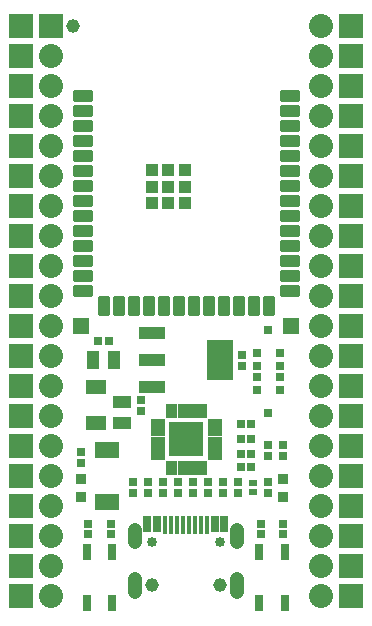
<source format=gts>
G75*
%MOIN*%
%OFA0B0*%
%FSLAX25Y25*%
%IPPOS*%
%LPD*%
%AMOC8*
5,1,8,0,0,1.08239X$1,22.5*
%
%ADD10R,0.08000X0.08000*%
%ADD11C,0.08000*%
%ADD12R,0.02962X0.05718*%
%ADD13R,0.01781X0.06309*%
%ADD14C,0.04734*%
%ADD15C,0.03356*%
%ADD16R,0.03159X0.05324*%
%ADD17R,0.09065X0.04340*%
%ADD18R,0.09065X0.13395*%
%ADD19R,0.03041X0.03041*%
%ADD20R,0.08080X0.05324*%
%ADD21R,0.06112X0.04143*%
%ADD22R,0.04143X0.06112*%
%ADD23R,0.03750X0.03750*%
%ADD24R,0.02569X0.02175*%
%ADD25R,0.02569X0.02962*%
%ADD26C,0.04537*%
%ADD27C,0.00912*%
%ADD28R,0.04143X0.04143*%
%ADD29R,0.05324X0.05324*%
%ADD30C,0.00122*%
%ADD31R,0.11624X0.11624*%
%ADD32R,0.06899X0.04537*%
D10*
X0007083Y0010050D03*
X0007083Y0020050D03*
X0007083Y0030050D03*
X0007083Y0040050D03*
X0007083Y0050050D03*
X0007083Y0060050D03*
X0007083Y0070050D03*
X0007083Y0080050D03*
X0007083Y0090050D03*
X0007083Y0100050D03*
X0007083Y0110050D03*
X0007083Y0120050D03*
X0007083Y0130050D03*
X0007083Y0140050D03*
X0007083Y0150050D03*
X0007083Y0160050D03*
X0007083Y0170050D03*
X0007083Y0180050D03*
X0007083Y0190050D03*
X0007083Y0200050D03*
X0017083Y0200050D03*
X0117083Y0200050D03*
X0117083Y0190050D03*
X0117083Y0180050D03*
X0117083Y0170050D03*
X0117083Y0160050D03*
X0117083Y0150050D03*
X0117083Y0140050D03*
X0117083Y0130050D03*
X0117083Y0120050D03*
X0117083Y0110050D03*
X0117083Y0100050D03*
X0117083Y0090050D03*
X0117083Y0080050D03*
X0117083Y0070050D03*
X0117083Y0060050D03*
X0117083Y0050050D03*
X0117083Y0040050D03*
X0117083Y0030050D03*
X0117083Y0020050D03*
X0117083Y0010050D03*
D11*
X0107083Y0010050D03*
X0107083Y0020050D03*
X0107083Y0030050D03*
X0107083Y0040050D03*
X0107083Y0050050D03*
X0107083Y0060050D03*
X0107083Y0070050D03*
X0107083Y0080050D03*
X0107083Y0090050D03*
X0107083Y0100050D03*
X0107083Y0110050D03*
X0107083Y0120050D03*
X0107083Y0130050D03*
X0107083Y0140050D03*
X0107083Y0150050D03*
X0107083Y0160050D03*
X0107083Y0170050D03*
X0107083Y0180050D03*
X0107083Y0190050D03*
X0107083Y0200050D03*
X0017083Y0190050D03*
X0017083Y0180050D03*
X0017083Y0170050D03*
X0017083Y0160050D03*
X0017083Y0150050D03*
X0017083Y0140050D03*
X0017083Y0130050D03*
X0017083Y0120050D03*
X0017083Y0110050D03*
X0017083Y0100050D03*
X0017083Y0090050D03*
X0017083Y0080050D03*
X0017083Y0070050D03*
X0017083Y0060050D03*
X0017083Y0050050D03*
X0017083Y0040050D03*
X0017083Y0030050D03*
X0017083Y0020050D03*
X0017083Y0010050D03*
D12*
X0049287Y0034066D03*
X0052437Y0034066D03*
X0071728Y0034066D03*
X0074878Y0034066D03*
D13*
X0068972Y0033770D03*
X0067004Y0033770D03*
X0065035Y0033770D03*
X0063067Y0033770D03*
X0061098Y0033770D03*
X0059130Y0033770D03*
X0057161Y0033770D03*
X0055193Y0033770D03*
D14*
X0045075Y0032235D02*
X0045075Y0028101D01*
X0045075Y0015778D02*
X0045075Y0011644D01*
X0079091Y0011644D02*
X0079091Y0015778D01*
X0079091Y0028101D02*
X0079091Y0032235D01*
D15*
X0073461Y0028081D03*
X0050705Y0028081D03*
D16*
X0037565Y0024765D03*
X0029100Y0024765D03*
X0029100Y0007835D03*
X0037565Y0007835D03*
X0086600Y0007835D03*
X0095065Y0007835D03*
X0095065Y0024765D03*
X0086600Y0024765D03*
D17*
X0050665Y0079745D03*
X0050665Y0088800D03*
X0050665Y0097855D03*
D18*
X0073500Y0088800D03*
D19*
X0080833Y0087028D03*
X0080833Y0090572D03*
X0085833Y0086822D03*
X0085833Y0083278D03*
X0093333Y0083278D03*
X0093333Y0086822D03*
X0083854Y0067550D03*
X0080311Y0067550D03*
X0080311Y0062550D03*
X0080311Y0057550D03*
X0080311Y0053175D03*
X0083854Y0053175D03*
X0083854Y0057550D03*
X0083854Y0062550D03*
X0089583Y0060572D03*
X0089583Y0057028D03*
X0094583Y0057028D03*
X0094583Y0060572D03*
X0089583Y0048072D03*
X0089583Y0044528D03*
X0087083Y0034322D03*
X0087083Y0030778D03*
X0094583Y0030778D03*
X0094583Y0034322D03*
X0079583Y0044528D03*
X0079583Y0048072D03*
X0074583Y0048072D03*
X0074583Y0044528D03*
X0069583Y0044528D03*
X0069583Y0048072D03*
X0064583Y0048072D03*
X0064583Y0044528D03*
X0059583Y0044528D03*
X0059583Y0048072D03*
X0054583Y0048072D03*
X0054583Y0044528D03*
X0049583Y0044528D03*
X0049583Y0048072D03*
X0044583Y0048072D03*
X0044583Y0044528D03*
X0037083Y0034322D03*
X0037083Y0030778D03*
X0029583Y0030778D03*
X0029583Y0034322D03*
X0027083Y0054528D03*
X0027083Y0058072D03*
X0047083Y0072028D03*
X0047083Y0075572D03*
X0036354Y0095050D03*
X0032811Y0095050D03*
D20*
X0035833Y0058711D03*
X0035833Y0041389D03*
D21*
X0040833Y0067757D03*
X0040833Y0074843D03*
D22*
X0038126Y0088800D03*
X0031039Y0088800D03*
D23*
X0027083Y0049253D03*
X0027083Y0043347D03*
X0094583Y0043347D03*
X0094583Y0049253D03*
D24*
X0084583Y0047875D03*
X0084583Y0044725D03*
D25*
X0089583Y0071113D03*
X0093323Y0078987D03*
X0085843Y0078987D03*
X0085843Y0091113D03*
X0089583Y0098987D03*
X0093323Y0091113D03*
D26*
X0073333Y0013800D03*
X0050833Y0013800D03*
X0024426Y0200050D03*
D27*
X0024837Y0175394D02*
X0030431Y0175394D01*
X0024837Y0175394D02*
X0024837Y0178624D01*
X0030431Y0178624D01*
X0030431Y0175394D01*
X0030431Y0176305D02*
X0024837Y0176305D01*
X0024837Y0177216D02*
X0030431Y0177216D01*
X0030431Y0178127D02*
X0024837Y0178127D01*
X0024837Y0170394D02*
X0030431Y0170394D01*
X0024837Y0170394D02*
X0024837Y0173624D01*
X0030431Y0173624D01*
X0030431Y0170394D01*
X0030431Y0171305D02*
X0024837Y0171305D01*
X0024837Y0172216D02*
X0030431Y0172216D01*
X0030431Y0173127D02*
X0024837Y0173127D01*
X0024837Y0165394D02*
X0030431Y0165394D01*
X0024837Y0165394D02*
X0024837Y0168624D01*
X0030431Y0168624D01*
X0030431Y0165394D01*
X0030431Y0166305D02*
X0024837Y0166305D01*
X0024837Y0167216D02*
X0030431Y0167216D01*
X0030431Y0168127D02*
X0024837Y0168127D01*
X0024837Y0160394D02*
X0030431Y0160394D01*
X0024837Y0160394D02*
X0024837Y0163624D01*
X0030431Y0163624D01*
X0030431Y0160394D01*
X0030431Y0161305D02*
X0024837Y0161305D01*
X0024837Y0162216D02*
X0030431Y0162216D01*
X0030431Y0163127D02*
X0024837Y0163127D01*
X0024837Y0155394D02*
X0030431Y0155394D01*
X0024837Y0155394D02*
X0024837Y0158624D01*
X0030431Y0158624D01*
X0030431Y0155394D01*
X0030431Y0156305D02*
X0024837Y0156305D01*
X0024837Y0157216D02*
X0030431Y0157216D01*
X0030431Y0158127D02*
X0024837Y0158127D01*
X0024837Y0150394D02*
X0030431Y0150394D01*
X0024837Y0150394D02*
X0024837Y0153624D01*
X0030431Y0153624D01*
X0030431Y0150394D01*
X0030431Y0151305D02*
X0024837Y0151305D01*
X0024837Y0152216D02*
X0030431Y0152216D01*
X0030431Y0153127D02*
X0024837Y0153127D01*
X0024837Y0145394D02*
X0030431Y0145394D01*
X0024837Y0145394D02*
X0024837Y0148624D01*
X0030431Y0148624D01*
X0030431Y0145394D01*
X0030431Y0146305D02*
X0024837Y0146305D01*
X0024837Y0147216D02*
X0030431Y0147216D01*
X0030431Y0148127D02*
X0024837Y0148127D01*
X0024837Y0140394D02*
X0030431Y0140394D01*
X0024837Y0140394D02*
X0024837Y0143624D01*
X0030431Y0143624D01*
X0030431Y0140394D01*
X0030431Y0141305D02*
X0024837Y0141305D01*
X0024837Y0142216D02*
X0030431Y0142216D01*
X0030431Y0143127D02*
X0024837Y0143127D01*
X0024837Y0135394D02*
X0030431Y0135394D01*
X0024837Y0135394D02*
X0024837Y0138624D01*
X0030431Y0138624D01*
X0030431Y0135394D01*
X0030431Y0136305D02*
X0024837Y0136305D01*
X0024837Y0137216D02*
X0030431Y0137216D01*
X0030431Y0138127D02*
X0024837Y0138127D01*
X0024837Y0130394D02*
X0030431Y0130394D01*
X0024837Y0130394D02*
X0024837Y0133624D01*
X0030431Y0133624D01*
X0030431Y0130394D01*
X0030431Y0131305D02*
X0024837Y0131305D01*
X0024837Y0132216D02*
X0030431Y0132216D01*
X0030431Y0133127D02*
X0024837Y0133127D01*
X0024837Y0125394D02*
X0030431Y0125394D01*
X0024837Y0125394D02*
X0024837Y0128624D01*
X0030431Y0128624D01*
X0030431Y0125394D01*
X0030431Y0126305D02*
X0024837Y0126305D01*
X0024837Y0127216D02*
X0030431Y0127216D01*
X0030431Y0128127D02*
X0024837Y0128127D01*
X0024837Y0120394D02*
X0030431Y0120394D01*
X0024837Y0120394D02*
X0024837Y0123624D01*
X0030431Y0123624D01*
X0030431Y0120394D01*
X0030431Y0121305D02*
X0024837Y0121305D01*
X0024837Y0122216D02*
X0030431Y0122216D01*
X0030431Y0123127D02*
X0024837Y0123127D01*
X0024837Y0115394D02*
X0030431Y0115394D01*
X0024837Y0115394D02*
X0024837Y0118624D01*
X0030431Y0118624D01*
X0030431Y0115394D01*
X0030431Y0116305D02*
X0024837Y0116305D01*
X0024837Y0117216D02*
X0030431Y0117216D01*
X0030431Y0118127D02*
X0024837Y0118127D01*
X0024837Y0110394D02*
X0030431Y0110394D01*
X0024837Y0110394D02*
X0024837Y0113624D01*
X0030431Y0113624D01*
X0030431Y0110394D01*
X0030431Y0111305D02*
X0024837Y0111305D01*
X0024837Y0112216D02*
X0030431Y0112216D01*
X0030431Y0113127D02*
X0024837Y0113127D01*
X0036198Y0109884D02*
X0036198Y0104290D01*
X0032968Y0104290D01*
X0032968Y0109884D01*
X0036198Y0109884D01*
X0036198Y0105201D02*
X0032968Y0105201D01*
X0032968Y0106112D02*
X0036198Y0106112D01*
X0036198Y0107023D02*
X0032968Y0107023D01*
X0032968Y0107934D02*
X0036198Y0107934D01*
X0036198Y0108845D02*
X0032968Y0108845D01*
X0032968Y0109756D02*
X0036198Y0109756D01*
X0041198Y0109884D02*
X0041198Y0104290D01*
X0037968Y0104290D01*
X0037968Y0109884D01*
X0041198Y0109884D01*
X0041198Y0105201D02*
X0037968Y0105201D01*
X0037968Y0106112D02*
X0041198Y0106112D01*
X0041198Y0107023D02*
X0037968Y0107023D01*
X0037968Y0107934D02*
X0041198Y0107934D01*
X0041198Y0108845D02*
X0037968Y0108845D01*
X0037968Y0109756D02*
X0041198Y0109756D01*
X0046198Y0109884D02*
X0046198Y0104290D01*
X0042968Y0104290D01*
X0042968Y0109884D01*
X0046198Y0109884D01*
X0046198Y0105201D02*
X0042968Y0105201D01*
X0042968Y0106112D02*
X0046198Y0106112D01*
X0046198Y0107023D02*
X0042968Y0107023D01*
X0042968Y0107934D02*
X0046198Y0107934D01*
X0046198Y0108845D02*
X0042968Y0108845D01*
X0042968Y0109756D02*
X0046198Y0109756D01*
X0051198Y0109884D02*
X0051198Y0104290D01*
X0047968Y0104290D01*
X0047968Y0109884D01*
X0051198Y0109884D01*
X0051198Y0105201D02*
X0047968Y0105201D01*
X0047968Y0106112D02*
X0051198Y0106112D01*
X0051198Y0107023D02*
X0047968Y0107023D01*
X0047968Y0107934D02*
X0051198Y0107934D01*
X0051198Y0108845D02*
X0047968Y0108845D01*
X0047968Y0109756D02*
X0051198Y0109756D01*
X0056198Y0109884D02*
X0056198Y0104290D01*
X0052968Y0104290D01*
X0052968Y0109884D01*
X0056198Y0109884D01*
X0056198Y0105201D02*
X0052968Y0105201D01*
X0052968Y0106112D02*
X0056198Y0106112D01*
X0056198Y0107023D02*
X0052968Y0107023D01*
X0052968Y0107934D02*
X0056198Y0107934D01*
X0056198Y0108845D02*
X0052968Y0108845D01*
X0052968Y0109756D02*
X0056198Y0109756D01*
X0061198Y0109884D02*
X0061198Y0104290D01*
X0057968Y0104290D01*
X0057968Y0109884D01*
X0061198Y0109884D01*
X0061198Y0105201D02*
X0057968Y0105201D01*
X0057968Y0106112D02*
X0061198Y0106112D01*
X0061198Y0107023D02*
X0057968Y0107023D01*
X0057968Y0107934D02*
X0061198Y0107934D01*
X0061198Y0108845D02*
X0057968Y0108845D01*
X0057968Y0109756D02*
X0061198Y0109756D01*
X0066198Y0109884D02*
X0066198Y0104290D01*
X0062968Y0104290D01*
X0062968Y0109884D01*
X0066198Y0109884D01*
X0066198Y0105201D02*
X0062968Y0105201D01*
X0062968Y0106112D02*
X0066198Y0106112D01*
X0066198Y0107023D02*
X0062968Y0107023D01*
X0062968Y0107934D02*
X0066198Y0107934D01*
X0066198Y0108845D02*
X0062968Y0108845D01*
X0062968Y0109756D02*
X0066198Y0109756D01*
X0071198Y0109884D02*
X0071198Y0104290D01*
X0067968Y0104290D01*
X0067968Y0109884D01*
X0071198Y0109884D01*
X0071198Y0105201D02*
X0067968Y0105201D01*
X0067968Y0106112D02*
X0071198Y0106112D01*
X0071198Y0107023D02*
X0067968Y0107023D01*
X0067968Y0107934D02*
X0071198Y0107934D01*
X0071198Y0108845D02*
X0067968Y0108845D01*
X0067968Y0109756D02*
X0071198Y0109756D01*
X0076198Y0109884D02*
X0076198Y0104290D01*
X0072968Y0104290D01*
X0072968Y0109884D01*
X0076198Y0109884D01*
X0076198Y0105201D02*
X0072968Y0105201D01*
X0072968Y0106112D02*
X0076198Y0106112D01*
X0076198Y0107023D02*
X0072968Y0107023D01*
X0072968Y0107934D02*
X0076198Y0107934D01*
X0076198Y0108845D02*
X0072968Y0108845D01*
X0072968Y0109756D02*
X0076198Y0109756D01*
X0081198Y0109884D02*
X0081198Y0104290D01*
X0077968Y0104290D01*
X0077968Y0109884D01*
X0081198Y0109884D01*
X0081198Y0105201D02*
X0077968Y0105201D01*
X0077968Y0106112D02*
X0081198Y0106112D01*
X0081198Y0107023D02*
X0077968Y0107023D01*
X0077968Y0107934D02*
X0081198Y0107934D01*
X0081198Y0108845D02*
X0077968Y0108845D01*
X0077968Y0109756D02*
X0081198Y0109756D01*
X0086198Y0109884D02*
X0086198Y0104290D01*
X0082968Y0104290D01*
X0082968Y0109884D01*
X0086198Y0109884D01*
X0086198Y0105201D02*
X0082968Y0105201D01*
X0082968Y0106112D02*
X0086198Y0106112D01*
X0086198Y0107023D02*
X0082968Y0107023D01*
X0082968Y0107934D02*
X0086198Y0107934D01*
X0086198Y0108845D02*
X0082968Y0108845D01*
X0082968Y0109756D02*
X0086198Y0109756D01*
X0091198Y0109884D02*
X0091198Y0104290D01*
X0087968Y0104290D01*
X0087968Y0109884D01*
X0091198Y0109884D01*
X0091198Y0105201D02*
X0087968Y0105201D01*
X0087968Y0106112D02*
X0091198Y0106112D01*
X0091198Y0107023D02*
X0087968Y0107023D01*
X0087968Y0107934D02*
X0091198Y0107934D01*
X0091198Y0108845D02*
X0087968Y0108845D01*
X0087968Y0109756D02*
X0091198Y0109756D01*
X0093734Y0113624D02*
X0099328Y0113624D01*
X0099328Y0110394D01*
X0093734Y0110394D01*
X0093734Y0113624D01*
X0093734Y0111305D02*
X0099328Y0111305D01*
X0099328Y0112216D02*
X0093734Y0112216D01*
X0093734Y0113127D02*
X0099328Y0113127D01*
X0099328Y0118624D02*
X0093734Y0118624D01*
X0099328Y0118624D02*
X0099328Y0115394D01*
X0093734Y0115394D01*
X0093734Y0118624D01*
X0093734Y0116305D02*
X0099328Y0116305D01*
X0099328Y0117216D02*
X0093734Y0117216D01*
X0093734Y0118127D02*
X0099328Y0118127D01*
X0099328Y0123624D02*
X0093734Y0123624D01*
X0099328Y0123624D02*
X0099328Y0120394D01*
X0093734Y0120394D01*
X0093734Y0123624D01*
X0093734Y0121305D02*
X0099328Y0121305D01*
X0099328Y0122216D02*
X0093734Y0122216D01*
X0093734Y0123127D02*
X0099328Y0123127D01*
X0099328Y0128624D02*
X0093734Y0128624D01*
X0099328Y0128624D02*
X0099328Y0125394D01*
X0093734Y0125394D01*
X0093734Y0128624D01*
X0093734Y0126305D02*
X0099328Y0126305D01*
X0099328Y0127216D02*
X0093734Y0127216D01*
X0093734Y0128127D02*
X0099328Y0128127D01*
X0099328Y0133624D02*
X0093734Y0133624D01*
X0099328Y0133624D02*
X0099328Y0130394D01*
X0093734Y0130394D01*
X0093734Y0133624D01*
X0093734Y0131305D02*
X0099328Y0131305D01*
X0099328Y0132216D02*
X0093734Y0132216D01*
X0093734Y0133127D02*
X0099328Y0133127D01*
X0099328Y0138624D02*
X0093734Y0138624D01*
X0099328Y0138624D02*
X0099328Y0135394D01*
X0093734Y0135394D01*
X0093734Y0138624D01*
X0093734Y0136305D02*
X0099328Y0136305D01*
X0099328Y0137216D02*
X0093734Y0137216D01*
X0093734Y0138127D02*
X0099328Y0138127D01*
X0099328Y0143624D02*
X0093734Y0143624D01*
X0099328Y0143624D02*
X0099328Y0140394D01*
X0093734Y0140394D01*
X0093734Y0143624D01*
X0093734Y0141305D02*
X0099328Y0141305D01*
X0099328Y0142216D02*
X0093734Y0142216D01*
X0093734Y0143127D02*
X0099328Y0143127D01*
X0099328Y0148624D02*
X0093734Y0148624D01*
X0099328Y0148624D02*
X0099328Y0145394D01*
X0093734Y0145394D01*
X0093734Y0148624D01*
X0093734Y0146305D02*
X0099328Y0146305D01*
X0099328Y0147216D02*
X0093734Y0147216D01*
X0093734Y0148127D02*
X0099328Y0148127D01*
X0099328Y0153624D02*
X0093734Y0153624D01*
X0099328Y0153624D02*
X0099328Y0150394D01*
X0093734Y0150394D01*
X0093734Y0153624D01*
X0093734Y0151305D02*
X0099328Y0151305D01*
X0099328Y0152216D02*
X0093734Y0152216D01*
X0093734Y0153127D02*
X0099328Y0153127D01*
X0099328Y0158624D02*
X0093734Y0158624D01*
X0099328Y0158624D02*
X0099328Y0155394D01*
X0093734Y0155394D01*
X0093734Y0158624D01*
X0093734Y0156305D02*
X0099328Y0156305D01*
X0099328Y0157216D02*
X0093734Y0157216D01*
X0093734Y0158127D02*
X0099328Y0158127D01*
X0099328Y0163624D02*
X0093734Y0163624D01*
X0099328Y0163624D02*
X0099328Y0160394D01*
X0093734Y0160394D01*
X0093734Y0163624D01*
X0093734Y0161305D02*
X0099328Y0161305D01*
X0099328Y0162216D02*
X0093734Y0162216D01*
X0093734Y0163127D02*
X0099328Y0163127D01*
X0099328Y0168624D02*
X0093734Y0168624D01*
X0099328Y0168624D02*
X0099328Y0165394D01*
X0093734Y0165394D01*
X0093734Y0168624D01*
X0093734Y0166305D02*
X0099328Y0166305D01*
X0099328Y0167216D02*
X0093734Y0167216D01*
X0093734Y0168127D02*
X0099328Y0168127D01*
X0099328Y0173624D02*
X0093734Y0173624D01*
X0099328Y0173624D02*
X0099328Y0170394D01*
X0093734Y0170394D01*
X0093734Y0173624D01*
X0093734Y0171305D02*
X0099328Y0171305D01*
X0099328Y0172216D02*
X0093734Y0172216D01*
X0093734Y0173127D02*
X0099328Y0173127D01*
X0099328Y0178624D02*
X0093734Y0178624D01*
X0099328Y0178624D02*
X0099328Y0175394D01*
X0093734Y0175394D01*
X0093734Y0178624D01*
X0093734Y0176305D02*
X0099328Y0176305D01*
X0099328Y0177216D02*
X0093734Y0177216D01*
X0093734Y0178127D02*
X0099328Y0178127D01*
D28*
X0061689Y0152127D03*
X0061689Y0146615D03*
X0061689Y0141103D03*
X0056177Y0141103D03*
X0056177Y0146615D03*
X0056177Y0152127D03*
X0050665Y0152127D03*
X0050665Y0146615D03*
X0050665Y0141103D03*
D29*
X0027083Y0100050D03*
X0097083Y0100050D03*
D30*
X0073640Y0069266D02*
X0069422Y0069266D01*
X0073640Y0069266D02*
X0073640Y0067646D01*
X0069422Y0067646D01*
X0069422Y0069266D01*
X0069422Y0067767D02*
X0073640Y0067767D01*
X0073640Y0067888D02*
X0069422Y0067888D01*
X0069422Y0068009D02*
X0073640Y0068009D01*
X0073640Y0068130D02*
X0069422Y0068130D01*
X0069422Y0068251D02*
X0073640Y0068251D01*
X0073640Y0068372D02*
X0069422Y0068372D01*
X0069422Y0068493D02*
X0073640Y0068493D01*
X0073640Y0068614D02*
X0069422Y0068614D01*
X0069422Y0068735D02*
X0073640Y0068735D01*
X0073640Y0068856D02*
X0069422Y0068856D01*
X0069422Y0068977D02*
X0073640Y0068977D01*
X0073640Y0069098D02*
X0069422Y0069098D01*
X0069422Y0069219D02*
X0073640Y0069219D01*
X0073640Y0067297D02*
X0069422Y0067297D01*
X0073640Y0067297D02*
X0073640Y0065677D01*
X0069422Y0065677D01*
X0069422Y0067297D01*
X0069422Y0065798D02*
X0073640Y0065798D01*
X0073640Y0065919D02*
X0069422Y0065919D01*
X0069422Y0066040D02*
X0073640Y0066040D01*
X0073640Y0066161D02*
X0069422Y0066161D01*
X0069422Y0066282D02*
X0073640Y0066282D01*
X0073640Y0066403D02*
X0069422Y0066403D01*
X0069422Y0066524D02*
X0073640Y0066524D01*
X0073640Y0066645D02*
X0069422Y0066645D01*
X0069422Y0066766D02*
X0073640Y0066766D01*
X0073640Y0066887D02*
X0069422Y0066887D01*
X0069422Y0067008D02*
X0073640Y0067008D01*
X0073640Y0067129D02*
X0069422Y0067129D01*
X0069422Y0067250D02*
X0073640Y0067250D01*
X0073640Y0065329D02*
X0069422Y0065329D01*
X0073640Y0065329D02*
X0073640Y0063709D01*
X0069422Y0063709D01*
X0069422Y0065329D01*
X0069422Y0063830D02*
X0073640Y0063830D01*
X0073640Y0063951D02*
X0069422Y0063951D01*
X0069422Y0064072D02*
X0073640Y0064072D01*
X0073640Y0064193D02*
X0069422Y0064193D01*
X0069422Y0064314D02*
X0073640Y0064314D01*
X0073640Y0064435D02*
X0069422Y0064435D01*
X0069422Y0064556D02*
X0073640Y0064556D01*
X0073640Y0064677D02*
X0069422Y0064677D01*
X0069422Y0064798D02*
X0073640Y0064798D01*
X0073640Y0064919D02*
X0069422Y0064919D01*
X0069422Y0065040D02*
X0073640Y0065040D01*
X0073640Y0065161D02*
X0069422Y0065161D01*
X0069422Y0065282D02*
X0073640Y0065282D01*
X0073640Y0063360D02*
X0069422Y0063360D01*
X0073640Y0063360D02*
X0073640Y0061740D01*
X0069422Y0061740D01*
X0069422Y0063360D01*
X0069422Y0061861D02*
X0073640Y0061861D01*
X0073640Y0061982D02*
X0069422Y0061982D01*
X0069422Y0062103D02*
X0073640Y0062103D01*
X0073640Y0062224D02*
X0069422Y0062224D01*
X0069422Y0062345D02*
X0073640Y0062345D01*
X0073640Y0062466D02*
X0069422Y0062466D01*
X0069422Y0062587D02*
X0073640Y0062587D01*
X0073640Y0062708D02*
X0069422Y0062708D01*
X0069422Y0062829D02*
X0073640Y0062829D01*
X0073640Y0062950D02*
X0069422Y0062950D01*
X0069422Y0063071D02*
X0073640Y0063071D01*
X0073640Y0063192D02*
X0069422Y0063192D01*
X0069422Y0063313D02*
X0073640Y0063313D01*
X0073640Y0061391D02*
X0069422Y0061391D01*
X0073640Y0061391D02*
X0073640Y0059771D01*
X0069422Y0059771D01*
X0069422Y0061391D01*
X0069422Y0059892D02*
X0073640Y0059892D01*
X0073640Y0060013D02*
X0069422Y0060013D01*
X0069422Y0060134D02*
X0073640Y0060134D01*
X0073640Y0060255D02*
X0069422Y0060255D01*
X0069422Y0060376D02*
X0073640Y0060376D01*
X0073640Y0060497D02*
X0069422Y0060497D01*
X0069422Y0060618D02*
X0073640Y0060618D01*
X0073640Y0060739D02*
X0069422Y0060739D01*
X0069422Y0060860D02*
X0073640Y0060860D01*
X0073640Y0060981D02*
X0069422Y0060981D01*
X0069422Y0061102D02*
X0073640Y0061102D01*
X0073640Y0061223D02*
X0069422Y0061223D01*
X0069422Y0061344D02*
X0073640Y0061344D01*
X0073640Y0059423D02*
X0069422Y0059423D01*
X0073640Y0059423D02*
X0073640Y0057803D01*
X0069422Y0057803D01*
X0069422Y0059423D01*
X0069422Y0057924D02*
X0073640Y0057924D01*
X0073640Y0058045D02*
X0069422Y0058045D01*
X0069422Y0058166D02*
X0073640Y0058166D01*
X0073640Y0058287D02*
X0069422Y0058287D01*
X0069422Y0058408D02*
X0073640Y0058408D01*
X0073640Y0058529D02*
X0069422Y0058529D01*
X0069422Y0058650D02*
X0073640Y0058650D01*
X0073640Y0058771D02*
X0069422Y0058771D01*
X0069422Y0058892D02*
X0073640Y0058892D01*
X0073640Y0059013D02*
X0069422Y0059013D01*
X0069422Y0059134D02*
X0073640Y0059134D01*
X0073640Y0059255D02*
X0069422Y0059255D01*
X0069422Y0059376D02*
X0073640Y0059376D01*
X0073640Y0057454D02*
X0069422Y0057454D01*
X0073640Y0057454D02*
X0073640Y0055834D01*
X0069422Y0055834D01*
X0069422Y0057454D01*
X0069422Y0055955D02*
X0073640Y0055955D01*
X0073640Y0056076D02*
X0069422Y0056076D01*
X0069422Y0056197D02*
X0073640Y0056197D01*
X0073640Y0056318D02*
X0069422Y0056318D01*
X0069422Y0056439D02*
X0073640Y0056439D01*
X0073640Y0056560D02*
X0069422Y0056560D01*
X0069422Y0056681D02*
X0073640Y0056681D01*
X0073640Y0056802D02*
X0069422Y0056802D01*
X0069422Y0056923D02*
X0073640Y0056923D01*
X0073640Y0057044D02*
X0069422Y0057044D01*
X0069422Y0057165D02*
X0073640Y0057165D01*
X0073640Y0057286D02*
X0069422Y0057286D01*
X0069422Y0057407D02*
X0073640Y0057407D01*
X0068798Y0055210D02*
X0068798Y0050992D01*
X0067178Y0050992D01*
X0067178Y0055210D01*
X0068798Y0055210D01*
X0068798Y0051113D02*
X0067178Y0051113D01*
X0067178Y0051234D02*
X0068798Y0051234D01*
X0068798Y0051355D02*
X0067178Y0051355D01*
X0067178Y0051476D02*
X0068798Y0051476D01*
X0068798Y0051597D02*
X0067178Y0051597D01*
X0067178Y0051718D02*
X0068798Y0051718D01*
X0068798Y0051839D02*
X0067178Y0051839D01*
X0067178Y0051960D02*
X0068798Y0051960D01*
X0068798Y0052081D02*
X0067178Y0052081D01*
X0067178Y0052202D02*
X0068798Y0052202D01*
X0068798Y0052323D02*
X0067178Y0052323D01*
X0067178Y0052444D02*
X0068798Y0052444D01*
X0068798Y0052565D02*
X0067178Y0052565D01*
X0067178Y0052686D02*
X0068798Y0052686D01*
X0068798Y0052807D02*
X0067178Y0052807D01*
X0067178Y0052928D02*
X0068798Y0052928D01*
X0068798Y0053049D02*
X0067178Y0053049D01*
X0067178Y0053170D02*
X0068798Y0053170D01*
X0068798Y0053291D02*
X0067178Y0053291D01*
X0067178Y0053412D02*
X0068798Y0053412D01*
X0068798Y0053533D02*
X0067178Y0053533D01*
X0067178Y0053654D02*
X0068798Y0053654D01*
X0068798Y0053775D02*
X0067178Y0053775D01*
X0067178Y0053896D02*
X0068798Y0053896D01*
X0068798Y0054017D02*
X0067178Y0054017D01*
X0067178Y0054138D02*
X0068798Y0054138D01*
X0068798Y0054259D02*
X0067178Y0054259D01*
X0067178Y0054380D02*
X0068798Y0054380D01*
X0068798Y0054501D02*
X0067178Y0054501D01*
X0067178Y0054622D02*
X0068798Y0054622D01*
X0068798Y0054743D02*
X0067178Y0054743D01*
X0067178Y0054864D02*
X0068798Y0054864D01*
X0068798Y0054985D02*
X0067178Y0054985D01*
X0067178Y0055106D02*
X0068798Y0055106D01*
X0066830Y0055210D02*
X0066830Y0050992D01*
X0065210Y0050992D01*
X0065210Y0055210D01*
X0066830Y0055210D01*
X0066830Y0051113D02*
X0065210Y0051113D01*
X0065210Y0051234D02*
X0066830Y0051234D01*
X0066830Y0051355D02*
X0065210Y0051355D01*
X0065210Y0051476D02*
X0066830Y0051476D01*
X0066830Y0051597D02*
X0065210Y0051597D01*
X0065210Y0051718D02*
X0066830Y0051718D01*
X0066830Y0051839D02*
X0065210Y0051839D01*
X0065210Y0051960D02*
X0066830Y0051960D01*
X0066830Y0052081D02*
X0065210Y0052081D01*
X0065210Y0052202D02*
X0066830Y0052202D01*
X0066830Y0052323D02*
X0065210Y0052323D01*
X0065210Y0052444D02*
X0066830Y0052444D01*
X0066830Y0052565D02*
X0065210Y0052565D01*
X0065210Y0052686D02*
X0066830Y0052686D01*
X0066830Y0052807D02*
X0065210Y0052807D01*
X0065210Y0052928D02*
X0066830Y0052928D01*
X0066830Y0053049D02*
X0065210Y0053049D01*
X0065210Y0053170D02*
X0066830Y0053170D01*
X0066830Y0053291D02*
X0065210Y0053291D01*
X0065210Y0053412D02*
X0066830Y0053412D01*
X0066830Y0053533D02*
X0065210Y0053533D01*
X0065210Y0053654D02*
X0066830Y0053654D01*
X0066830Y0053775D02*
X0065210Y0053775D01*
X0065210Y0053896D02*
X0066830Y0053896D01*
X0066830Y0054017D02*
X0065210Y0054017D01*
X0065210Y0054138D02*
X0066830Y0054138D01*
X0066830Y0054259D02*
X0065210Y0054259D01*
X0065210Y0054380D02*
X0066830Y0054380D01*
X0066830Y0054501D02*
X0065210Y0054501D01*
X0065210Y0054622D02*
X0066830Y0054622D01*
X0066830Y0054743D02*
X0065210Y0054743D01*
X0065210Y0054864D02*
X0066830Y0054864D01*
X0066830Y0054985D02*
X0065210Y0054985D01*
X0065210Y0055106D02*
X0066830Y0055106D01*
X0064861Y0055210D02*
X0064861Y0050992D01*
X0063241Y0050992D01*
X0063241Y0055210D01*
X0064861Y0055210D01*
X0064861Y0051113D02*
X0063241Y0051113D01*
X0063241Y0051234D02*
X0064861Y0051234D01*
X0064861Y0051355D02*
X0063241Y0051355D01*
X0063241Y0051476D02*
X0064861Y0051476D01*
X0064861Y0051597D02*
X0063241Y0051597D01*
X0063241Y0051718D02*
X0064861Y0051718D01*
X0064861Y0051839D02*
X0063241Y0051839D01*
X0063241Y0051960D02*
X0064861Y0051960D01*
X0064861Y0052081D02*
X0063241Y0052081D01*
X0063241Y0052202D02*
X0064861Y0052202D01*
X0064861Y0052323D02*
X0063241Y0052323D01*
X0063241Y0052444D02*
X0064861Y0052444D01*
X0064861Y0052565D02*
X0063241Y0052565D01*
X0063241Y0052686D02*
X0064861Y0052686D01*
X0064861Y0052807D02*
X0063241Y0052807D01*
X0063241Y0052928D02*
X0064861Y0052928D01*
X0064861Y0053049D02*
X0063241Y0053049D01*
X0063241Y0053170D02*
X0064861Y0053170D01*
X0064861Y0053291D02*
X0063241Y0053291D01*
X0063241Y0053412D02*
X0064861Y0053412D01*
X0064861Y0053533D02*
X0063241Y0053533D01*
X0063241Y0053654D02*
X0064861Y0053654D01*
X0064861Y0053775D02*
X0063241Y0053775D01*
X0063241Y0053896D02*
X0064861Y0053896D01*
X0064861Y0054017D02*
X0063241Y0054017D01*
X0063241Y0054138D02*
X0064861Y0054138D01*
X0064861Y0054259D02*
X0063241Y0054259D01*
X0063241Y0054380D02*
X0064861Y0054380D01*
X0064861Y0054501D02*
X0063241Y0054501D01*
X0063241Y0054622D02*
X0064861Y0054622D01*
X0064861Y0054743D02*
X0063241Y0054743D01*
X0063241Y0054864D02*
X0064861Y0054864D01*
X0064861Y0054985D02*
X0063241Y0054985D01*
X0063241Y0055106D02*
X0064861Y0055106D01*
X0062893Y0055210D02*
X0062893Y0050992D01*
X0061273Y0050992D01*
X0061273Y0055210D01*
X0062893Y0055210D01*
X0062893Y0051113D02*
X0061273Y0051113D01*
X0061273Y0051234D02*
X0062893Y0051234D01*
X0062893Y0051355D02*
X0061273Y0051355D01*
X0061273Y0051476D02*
X0062893Y0051476D01*
X0062893Y0051597D02*
X0061273Y0051597D01*
X0061273Y0051718D02*
X0062893Y0051718D01*
X0062893Y0051839D02*
X0061273Y0051839D01*
X0061273Y0051960D02*
X0062893Y0051960D01*
X0062893Y0052081D02*
X0061273Y0052081D01*
X0061273Y0052202D02*
X0062893Y0052202D01*
X0062893Y0052323D02*
X0061273Y0052323D01*
X0061273Y0052444D02*
X0062893Y0052444D01*
X0062893Y0052565D02*
X0061273Y0052565D01*
X0061273Y0052686D02*
X0062893Y0052686D01*
X0062893Y0052807D02*
X0061273Y0052807D01*
X0061273Y0052928D02*
X0062893Y0052928D01*
X0062893Y0053049D02*
X0061273Y0053049D01*
X0061273Y0053170D02*
X0062893Y0053170D01*
X0062893Y0053291D02*
X0061273Y0053291D01*
X0061273Y0053412D02*
X0062893Y0053412D01*
X0062893Y0053533D02*
X0061273Y0053533D01*
X0061273Y0053654D02*
X0062893Y0053654D01*
X0062893Y0053775D02*
X0061273Y0053775D01*
X0061273Y0053896D02*
X0062893Y0053896D01*
X0062893Y0054017D02*
X0061273Y0054017D01*
X0061273Y0054138D02*
X0062893Y0054138D01*
X0062893Y0054259D02*
X0061273Y0054259D01*
X0061273Y0054380D02*
X0062893Y0054380D01*
X0062893Y0054501D02*
X0061273Y0054501D01*
X0061273Y0054622D02*
X0062893Y0054622D01*
X0062893Y0054743D02*
X0061273Y0054743D01*
X0061273Y0054864D02*
X0062893Y0054864D01*
X0062893Y0054985D02*
X0061273Y0054985D01*
X0061273Y0055106D02*
X0062893Y0055106D01*
X0060924Y0055210D02*
X0060924Y0050992D01*
X0059304Y0050992D01*
X0059304Y0055210D01*
X0060924Y0055210D01*
X0060924Y0051113D02*
X0059304Y0051113D01*
X0059304Y0051234D02*
X0060924Y0051234D01*
X0060924Y0051355D02*
X0059304Y0051355D01*
X0059304Y0051476D02*
X0060924Y0051476D01*
X0060924Y0051597D02*
X0059304Y0051597D01*
X0059304Y0051718D02*
X0060924Y0051718D01*
X0060924Y0051839D02*
X0059304Y0051839D01*
X0059304Y0051960D02*
X0060924Y0051960D01*
X0060924Y0052081D02*
X0059304Y0052081D01*
X0059304Y0052202D02*
X0060924Y0052202D01*
X0060924Y0052323D02*
X0059304Y0052323D01*
X0059304Y0052444D02*
X0060924Y0052444D01*
X0060924Y0052565D02*
X0059304Y0052565D01*
X0059304Y0052686D02*
X0060924Y0052686D01*
X0060924Y0052807D02*
X0059304Y0052807D01*
X0059304Y0052928D02*
X0060924Y0052928D01*
X0060924Y0053049D02*
X0059304Y0053049D01*
X0059304Y0053170D02*
X0060924Y0053170D01*
X0060924Y0053291D02*
X0059304Y0053291D01*
X0059304Y0053412D02*
X0060924Y0053412D01*
X0060924Y0053533D02*
X0059304Y0053533D01*
X0059304Y0053654D02*
X0060924Y0053654D01*
X0060924Y0053775D02*
X0059304Y0053775D01*
X0059304Y0053896D02*
X0060924Y0053896D01*
X0060924Y0054017D02*
X0059304Y0054017D01*
X0059304Y0054138D02*
X0060924Y0054138D01*
X0060924Y0054259D02*
X0059304Y0054259D01*
X0059304Y0054380D02*
X0060924Y0054380D01*
X0060924Y0054501D02*
X0059304Y0054501D01*
X0059304Y0054622D02*
X0060924Y0054622D01*
X0060924Y0054743D02*
X0059304Y0054743D01*
X0059304Y0054864D02*
X0060924Y0054864D01*
X0060924Y0054985D02*
X0059304Y0054985D01*
X0059304Y0055106D02*
X0060924Y0055106D01*
X0058956Y0055210D02*
X0058956Y0050992D01*
X0057336Y0050992D01*
X0057336Y0055210D01*
X0058956Y0055210D01*
X0058956Y0051113D02*
X0057336Y0051113D01*
X0057336Y0051234D02*
X0058956Y0051234D01*
X0058956Y0051355D02*
X0057336Y0051355D01*
X0057336Y0051476D02*
X0058956Y0051476D01*
X0058956Y0051597D02*
X0057336Y0051597D01*
X0057336Y0051718D02*
X0058956Y0051718D01*
X0058956Y0051839D02*
X0057336Y0051839D01*
X0057336Y0051960D02*
X0058956Y0051960D01*
X0058956Y0052081D02*
X0057336Y0052081D01*
X0057336Y0052202D02*
X0058956Y0052202D01*
X0058956Y0052323D02*
X0057336Y0052323D01*
X0057336Y0052444D02*
X0058956Y0052444D01*
X0058956Y0052565D02*
X0057336Y0052565D01*
X0057336Y0052686D02*
X0058956Y0052686D01*
X0058956Y0052807D02*
X0057336Y0052807D01*
X0057336Y0052928D02*
X0058956Y0052928D01*
X0058956Y0053049D02*
X0057336Y0053049D01*
X0057336Y0053170D02*
X0058956Y0053170D01*
X0058956Y0053291D02*
X0057336Y0053291D01*
X0057336Y0053412D02*
X0058956Y0053412D01*
X0058956Y0053533D02*
X0057336Y0053533D01*
X0057336Y0053654D02*
X0058956Y0053654D01*
X0058956Y0053775D02*
X0057336Y0053775D01*
X0057336Y0053896D02*
X0058956Y0053896D01*
X0058956Y0054017D02*
X0057336Y0054017D01*
X0057336Y0054138D02*
X0058956Y0054138D01*
X0058956Y0054259D02*
X0057336Y0054259D01*
X0057336Y0054380D02*
X0058956Y0054380D01*
X0058956Y0054501D02*
X0057336Y0054501D01*
X0057336Y0054622D02*
X0058956Y0054622D01*
X0058956Y0054743D02*
X0057336Y0054743D01*
X0057336Y0054864D02*
X0058956Y0054864D01*
X0058956Y0054985D02*
X0057336Y0054985D01*
X0057336Y0055106D02*
X0058956Y0055106D01*
X0056987Y0055210D02*
X0056987Y0050992D01*
X0055367Y0050992D01*
X0055367Y0055210D01*
X0056987Y0055210D01*
X0056987Y0051113D02*
X0055367Y0051113D01*
X0055367Y0051234D02*
X0056987Y0051234D01*
X0056987Y0051355D02*
X0055367Y0051355D01*
X0055367Y0051476D02*
X0056987Y0051476D01*
X0056987Y0051597D02*
X0055367Y0051597D01*
X0055367Y0051718D02*
X0056987Y0051718D01*
X0056987Y0051839D02*
X0055367Y0051839D01*
X0055367Y0051960D02*
X0056987Y0051960D01*
X0056987Y0052081D02*
X0055367Y0052081D01*
X0055367Y0052202D02*
X0056987Y0052202D01*
X0056987Y0052323D02*
X0055367Y0052323D01*
X0055367Y0052444D02*
X0056987Y0052444D01*
X0056987Y0052565D02*
X0055367Y0052565D01*
X0055367Y0052686D02*
X0056987Y0052686D01*
X0056987Y0052807D02*
X0055367Y0052807D01*
X0055367Y0052928D02*
X0056987Y0052928D01*
X0056987Y0053049D02*
X0055367Y0053049D01*
X0055367Y0053170D02*
X0056987Y0053170D01*
X0056987Y0053291D02*
X0055367Y0053291D01*
X0055367Y0053412D02*
X0056987Y0053412D01*
X0056987Y0053533D02*
X0055367Y0053533D01*
X0055367Y0053654D02*
X0056987Y0053654D01*
X0056987Y0053775D02*
X0055367Y0053775D01*
X0055367Y0053896D02*
X0056987Y0053896D01*
X0056987Y0054017D02*
X0055367Y0054017D01*
X0055367Y0054138D02*
X0056987Y0054138D01*
X0056987Y0054259D02*
X0055367Y0054259D01*
X0055367Y0054380D02*
X0056987Y0054380D01*
X0056987Y0054501D02*
X0055367Y0054501D01*
X0055367Y0054622D02*
X0056987Y0054622D01*
X0056987Y0054743D02*
X0055367Y0054743D01*
X0055367Y0054864D02*
X0056987Y0054864D01*
X0056987Y0054985D02*
X0055367Y0054985D01*
X0055367Y0055106D02*
X0056987Y0055106D01*
X0054743Y0055834D02*
X0050525Y0055834D01*
X0050525Y0057454D01*
X0054743Y0057454D01*
X0054743Y0055834D01*
X0054743Y0055955D02*
X0050525Y0055955D01*
X0050525Y0056076D02*
X0054743Y0056076D01*
X0054743Y0056197D02*
X0050525Y0056197D01*
X0050525Y0056318D02*
X0054743Y0056318D01*
X0054743Y0056439D02*
X0050525Y0056439D01*
X0050525Y0056560D02*
X0054743Y0056560D01*
X0054743Y0056681D02*
X0050525Y0056681D01*
X0050525Y0056802D02*
X0054743Y0056802D01*
X0054743Y0056923D02*
X0050525Y0056923D01*
X0050525Y0057044D02*
X0054743Y0057044D01*
X0054743Y0057165D02*
X0050525Y0057165D01*
X0050525Y0057286D02*
X0054743Y0057286D01*
X0054743Y0057407D02*
X0050525Y0057407D01*
X0050525Y0057803D02*
X0054743Y0057803D01*
X0050525Y0057803D02*
X0050525Y0059423D01*
X0054743Y0059423D01*
X0054743Y0057803D01*
X0054743Y0057924D02*
X0050525Y0057924D01*
X0050525Y0058045D02*
X0054743Y0058045D01*
X0054743Y0058166D02*
X0050525Y0058166D01*
X0050525Y0058287D02*
X0054743Y0058287D01*
X0054743Y0058408D02*
X0050525Y0058408D01*
X0050525Y0058529D02*
X0054743Y0058529D01*
X0054743Y0058650D02*
X0050525Y0058650D01*
X0050525Y0058771D02*
X0054743Y0058771D01*
X0054743Y0058892D02*
X0050525Y0058892D01*
X0050525Y0059013D02*
X0054743Y0059013D01*
X0054743Y0059134D02*
X0050525Y0059134D01*
X0050525Y0059255D02*
X0054743Y0059255D01*
X0054743Y0059376D02*
X0050525Y0059376D01*
X0050525Y0059771D02*
X0054743Y0059771D01*
X0050525Y0059771D02*
X0050525Y0061391D01*
X0054743Y0061391D01*
X0054743Y0059771D01*
X0054743Y0059892D02*
X0050525Y0059892D01*
X0050525Y0060013D02*
X0054743Y0060013D01*
X0054743Y0060134D02*
X0050525Y0060134D01*
X0050525Y0060255D02*
X0054743Y0060255D01*
X0054743Y0060376D02*
X0050525Y0060376D01*
X0050525Y0060497D02*
X0054743Y0060497D01*
X0054743Y0060618D02*
X0050525Y0060618D01*
X0050525Y0060739D02*
X0054743Y0060739D01*
X0054743Y0060860D02*
X0050525Y0060860D01*
X0050525Y0060981D02*
X0054743Y0060981D01*
X0054743Y0061102D02*
X0050525Y0061102D01*
X0050525Y0061223D02*
X0054743Y0061223D01*
X0054743Y0061344D02*
X0050525Y0061344D01*
X0050525Y0061740D02*
X0054743Y0061740D01*
X0050525Y0061740D02*
X0050525Y0063360D01*
X0054743Y0063360D01*
X0054743Y0061740D01*
X0054743Y0061861D02*
X0050525Y0061861D01*
X0050525Y0061982D02*
X0054743Y0061982D01*
X0054743Y0062103D02*
X0050525Y0062103D01*
X0050525Y0062224D02*
X0054743Y0062224D01*
X0054743Y0062345D02*
X0050525Y0062345D01*
X0050525Y0062466D02*
X0054743Y0062466D01*
X0054743Y0062587D02*
X0050525Y0062587D01*
X0050525Y0062708D02*
X0054743Y0062708D01*
X0054743Y0062829D02*
X0050525Y0062829D01*
X0050525Y0062950D02*
X0054743Y0062950D01*
X0054743Y0063071D02*
X0050525Y0063071D01*
X0050525Y0063192D02*
X0054743Y0063192D01*
X0054743Y0063313D02*
X0050525Y0063313D01*
X0050525Y0063709D02*
X0054743Y0063709D01*
X0050525Y0063709D02*
X0050525Y0065329D01*
X0054743Y0065329D01*
X0054743Y0063709D01*
X0054743Y0063830D02*
X0050525Y0063830D01*
X0050525Y0063951D02*
X0054743Y0063951D01*
X0054743Y0064072D02*
X0050525Y0064072D01*
X0050525Y0064193D02*
X0054743Y0064193D01*
X0054743Y0064314D02*
X0050525Y0064314D01*
X0050525Y0064435D02*
X0054743Y0064435D01*
X0054743Y0064556D02*
X0050525Y0064556D01*
X0050525Y0064677D02*
X0054743Y0064677D01*
X0054743Y0064798D02*
X0050525Y0064798D01*
X0050525Y0064919D02*
X0054743Y0064919D01*
X0054743Y0065040D02*
X0050525Y0065040D01*
X0050525Y0065161D02*
X0054743Y0065161D01*
X0054743Y0065282D02*
X0050525Y0065282D01*
X0050525Y0065677D02*
X0054743Y0065677D01*
X0050525Y0065677D02*
X0050525Y0067297D01*
X0054743Y0067297D01*
X0054743Y0065677D01*
X0054743Y0065798D02*
X0050525Y0065798D01*
X0050525Y0065919D02*
X0054743Y0065919D01*
X0054743Y0066040D02*
X0050525Y0066040D01*
X0050525Y0066161D02*
X0054743Y0066161D01*
X0054743Y0066282D02*
X0050525Y0066282D01*
X0050525Y0066403D02*
X0054743Y0066403D01*
X0054743Y0066524D02*
X0050525Y0066524D01*
X0050525Y0066645D02*
X0054743Y0066645D01*
X0054743Y0066766D02*
X0050525Y0066766D01*
X0050525Y0066887D02*
X0054743Y0066887D01*
X0054743Y0067008D02*
X0050525Y0067008D01*
X0050525Y0067129D02*
X0054743Y0067129D01*
X0054743Y0067250D02*
X0050525Y0067250D01*
X0050525Y0067646D02*
X0054743Y0067646D01*
X0050525Y0067646D02*
X0050525Y0069266D01*
X0054743Y0069266D01*
X0054743Y0067646D01*
X0054743Y0067767D02*
X0050525Y0067767D01*
X0050525Y0067888D02*
X0054743Y0067888D01*
X0054743Y0068009D02*
X0050525Y0068009D01*
X0050525Y0068130D02*
X0054743Y0068130D01*
X0054743Y0068251D02*
X0050525Y0068251D01*
X0050525Y0068372D02*
X0054743Y0068372D01*
X0054743Y0068493D02*
X0050525Y0068493D01*
X0050525Y0068614D02*
X0054743Y0068614D01*
X0054743Y0068735D02*
X0050525Y0068735D01*
X0050525Y0068856D02*
X0054743Y0068856D01*
X0054743Y0068977D02*
X0050525Y0068977D01*
X0050525Y0069098D02*
X0054743Y0069098D01*
X0054743Y0069219D02*
X0050525Y0069219D01*
X0055367Y0069890D02*
X0055367Y0074108D01*
X0056987Y0074108D01*
X0056987Y0069890D01*
X0055367Y0069890D01*
X0055367Y0070011D02*
X0056987Y0070011D01*
X0056987Y0070132D02*
X0055367Y0070132D01*
X0055367Y0070253D02*
X0056987Y0070253D01*
X0056987Y0070374D02*
X0055367Y0070374D01*
X0055367Y0070495D02*
X0056987Y0070495D01*
X0056987Y0070616D02*
X0055367Y0070616D01*
X0055367Y0070737D02*
X0056987Y0070737D01*
X0056987Y0070858D02*
X0055367Y0070858D01*
X0055367Y0070979D02*
X0056987Y0070979D01*
X0056987Y0071100D02*
X0055367Y0071100D01*
X0055367Y0071221D02*
X0056987Y0071221D01*
X0056987Y0071342D02*
X0055367Y0071342D01*
X0055367Y0071463D02*
X0056987Y0071463D01*
X0056987Y0071584D02*
X0055367Y0071584D01*
X0055367Y0071705D02*
X0056987Y0071705D01*
X0056987Y0071826D02*
X0055367Y0071826D01*
X0055367Y0071947D02*
X0056987Y0071947D01*
X0056987Y0072068D02*
X0055367Y0072068D01*
X0055367Y0072189D02*
X0056987Y0072189D01*
X0056987Y0072310D02*
X0055367Y0072310D01*
X0055367Y0072431D02*
X0056987Y0072431D01*
X0056987Y0072552D02*
X0055367Y0072552D01*
X0055367Y0072673D02*
X0056987Y0072673D01*
X0056987Y0072794D02*
X0055367Y0072794D01*
X0055367Y0072915D02*
X0056987Y0072915D01*
X0056987Y0073036D02*
X0055367Y0073036D01*
X0055367Y0073157D02*
X0056987Y0073157D01*
X0056987Y0073278D02*
X0055367Y0073278D01*
X0055367Y0073399D02*
X0056987Y0073399D01*
X0056987Y0073520D02*
X0055367Y0073520D01*
X0055367Y0073641D02*
X0056987Y0073641D01*
X0056987Y0073762D02*
X0055367Y0073762D01*
X0055367Y0073883D02*
X0056987Y0073883D01*
X0056987Y0074004D02*
X0055367Y0074004D01*
X0057336Y0074108D02*
X0057336Y0069890D01*
X0057336Y0074108D02*
X0058956Y0074108D01*
X0058956Y0069890D01*
X0057336Y0069890D01*
X0057336Y0070011D02*
X0058956Y0070011D01*
X0058956Y0070132D02*
X0057336Y0070132D01*
X0057336Y0070253D02*
X0058956Y0070253D01*
X0058956Y0070374D02*
X0057336Y0070374D01*
X0057336Y0070495D02*
X0058956Y0070495D01*
X0058956Y0070616D02*
X0057336Y0070616D01*
X0057336Y0070737D02*
X0058956Y0070737D01*
X0058956Y0070858D02*
X0057336Y0070858D01*
X0057336Y0070979D02*
X0058956Y0070979D01*
X0058956Y0071100D02*
X0057336Y0071100D01*
X0057336Y0071221D02*
X0058956Y0071221D01*
X0058956Y0071342D02*
X0057336Y0071342D01*
X0057336Y0071463D02*
X0058956Y0071463D01*
X0058956Y0071584D02*
X0057336Y0071584D01*
X0057336Y0071705D02*
X0058956Y0071705D01*
X0058956Y0071826D02*
X0057336Y0071826D01*
X0057336Y0071947D02*
X0058956Y0071947D01*
X0058956Y0072068D02*
X0057336Y0072068D01*
X0057336Y0072189D02*
X0058956Y0072189D01*
X0058956Y0072310D02*
X0057336Y0072310D01*
X0057336Y0072431D02*
X0058956Y0072431D01*
X0058956Y0072552D02*
X0057336Y0072552D01*
X0057336Y0072673D02*
X0058956Y0072673D01*
X0058956Y0072794D02*
X0057336Y0072794D01*
X0057336Y0072915D02*
X0058956Y0072915D01*
X0058956Y0073036D02*
X0057336Y0073036D01*
X0057336Y0073157D02*
X0058956Y0073157D01*
X0058956Y0073278D02*
X0057336Y0073278D01*
X0057336Y0073399D02*
X0058956Y0073399D01*
X0058956Y0073520D02*
X0057336Y0073520D01*
X0057336Y0073641D02*
X0058956Y0073641D01*
X0058956Y0073762D02*
X0057336Y0073762D01*
X0057336Y0073883D02*
X0058956Y0073883D01*
X0058956Y0074004D02*
X0057336Y0074004D01*
X0059304Y0074108D02*
X0059304Y0069890D01*
X0059304Y0074108D02*
X0060924Y0074108D01*
X0060924Y0069890D01*
X0059304Y0069890D01*
X0059304Y0070011D02*
X0060924Y0070011D01*
X0060924Y0070132D02*
X0059304Y0070132D01*
X0059304Y0070253D02*
X0060924Y0070253D01*
X0060924Y0070374D02*
X0059304Y0070374D01*
X0059304Y0070495D02*
X0060924Y0070495D01*
X0060924Y0070616D02*
X0059304Y0070616D01*
X0059304Y0070737D02*
X0060924Y0070737D01*
X0060924Y0070858D02*
X0059304Y0070858D01*
X0059304Y0070979D02*
X0060924Y0070979D01*
X0060924Y0071100D02*
X0059304Y0071100D01*
X0059304Y0071221D02*
X0060924Y0071221D01*
X0060924Y0071342D02*
X0059304Y0071342D01*
X0059304Y0071463D02*
X0060924Y0071463D01*
X0060924Y0071584D02*
X0059304Y0071584D01*
X0059304Y0071705D02*
X0060924Y0071705D01*
X0060924Y0071826D02*
X0059304Y0071826D01*
X0059304Y0071947D02*
X0060924Y0071947D01*
X0060924Y0072068D02*
X0059304Y0072068D01*
X0059304Y0072189D02*
X0060924Y0072189D01*
X0060924Y0072310D02*
X0059304Y0072310D01*
X0059304Y0072431D02*
X0060924Y0072431D01*
X0060924Y0072552D02*
X0059304Y0072552D01*
X0059304Y0072673D02*
X0060924Y0072673D01*
X0060924Y0072794D02*
X0059304Y0072794D01*
X0059304Y0072915D02*
X0060924Y0072915D01*
X0060924Y0073036D02*
X0059304Y0073036D01*
X0059304Y0073157D02*
X0060924Y0073157D01*
X0060924Y0073278D02*
X0059304Y0073278D01*
X0059304Y0073399D02*
X0060924Y0073399D01*
X0060924Y0073520D02*
X0059304Y0073520D01*
X0059304Y0073641D02*
X0060924Y0073641D01*
X0060924Y0073762D02*
X0059304Y0073762D01*
X0059304Y0073883D02*
X0060924Y0073883D01*
X0060924Y0074004D02*
X0059304Y0074004D01*
X0061273Y0074108D02*
X0061273Y0069890D01*
X0061273Y0074108D02*
X0062893Y0074108D01*
X0062893Y0069890D01*
X0061273Y0069890D01*
X0061273Y0070011D02*
X0062893Y0070011D01*
X0062893Y0070132D02*
X0061273Y0070132D01*
X0061273Y0070253D02*
X0062893Y0070253D01*
X0062893Y0070374D02*
X0061273Y0070374D01*
X0061273Y0070495D02*
X0062893Y0070495D01*
X0062893Y0070616D02*
X0061273Y0070616D01*
X0061273Y0070737D02*
X0062893Y0070737D01*
X0062893Y0070858D02*
X0061273Y0070858D01*
X0061273Y0070979D02*
X0062893Y0070979D01*
X0062893Y0071100D02*
X0061273Y0071100D01*
X0061273Y0071221D02*
X0062893Y0071221D01*
X0062893Y0071342D02*
X0061273Y0071342D01*
X0061273Y0071463D02*
X0062893Y0071463D01*
X0062893Y0071584D02*
X0061273Y0071584D01*
X0061273Y0071705D02*
X0062893Y0071705D01*
X0062893Y0071826D02*
X0061273Y0071826D01*
X0061273Y0071947D02*
X0062893Y0071947D01*
X0062893Y0072068D02*
X0061273Y0072068D01*
X0061273Y0072189D02*
X0062893Y0072189D01*
X0062893Y0072310D02*
X0061273Y0072310D01*
X0061273Y0072431D02*
X0062893Y0072431D01*
X0062893Y0072552D02*
X0061273Y0072552D01*
X0061273Y0072673D02*
X0062893Y0072673D01*
X0062893Y0072794D02*
X0061273Y0072794D01*
X0061273Y0072915D02*
X0062893Y0072915D01*
X0062893Y0073036D02*
X0061273Y0073036D01*
X0061273Y0073157D02*
X0062893Y0073157D01*
X0062893Y0073278D02*
X0061273Y0073278D01*
X0061273Y0073399D02*
X0062893Y0073399D01*
X0062893Y0073520D02*
X0061273Y0073520D01*
X0061273Y0073641D02*
X0062893Y0073641D01*
X0062893Y0073762D02*
X0061273Y0073762D01*
X0061273Y0073883D02*
X0062893Y0073883D01*
X0062893Y0074004D02*
X0061273Y0074004D01*
X0063241Y0074108D02*
X0063241Y0069890D01*
X0063241Y0074108D02*
X0064861Y0074108D01*
X0064861Y0069890D01*
X0063241Y0069890D01*
X0063241Y0070011D02*
X0064861Y0070011D01*
X0064861Y0070132D02*
X0063241Y0070132D01*
X0063241Y0070253D02*
X0064861Y0070253D01*
X0064861Y0070374D02*
X0063241Y0070374D01*
X0063241Y0070495D02*
X0064861Y0070495D01*
X0064861Y0070616D02*
X0063241Y0070616D01*
X0063241Y0070737D02*
X0064861Y0070737D01*
X0064861Y0070858D02*
X0063241Y0070858D01*
X0063241Y0070979D02*
X0064861Y0070979D01*
X0064861Y0071100D02*
X0063241Y0071100D01*
X0063241Y0071221D02*
X0064861Y0071221D01*
X0064861Y0071342D02*
X0063241Y0071342D01*
X0063241Y0071463D02*
X0064861Y0071463D01*
X0064861Y0071584D02*
X0063241Y0071584D01*
X0063241Y0071705D02*
X0064861Y0071705D01*
X0064861Y0071826D02*
X0063241Y0071826D01*
X0063241Y0071947D02*
X0064861Y0071947D01*
X0064861Y0072068D02*
X0063241Y0072068D01*
X0063241Y0072189D02*
X0064861Y0072189D01*
X0064861Y0072310D02*
X0063241Y0072310D01*
X0063241Y0072431D02*
X0064861Y0072431D01*
X0064861Y0072552D02*
X0063241Y0072552D01*
X0063241Y0072673D02*
X0064861Y0072673D01*
X0064861Y0072794D02*
X0063241Y0072794D01*
X0063241Y0072915D02*
X0064861Y0072915D01*
X0064861Y0073036D02*
X0063241Y0073036D01*
X0063241Y0073157D02*
X0064861Y0073157D01*
X0064861Y0073278D02*
X0063241Y0073278D01*
X0063241Y0073399D02*
X0064861Y0073399D01*
X0064861Y0073520D02*
X0063241Y0073520D01*
X0063241Y0073641D02*
X0064861Y0073641D01*
X0064861Y0073762D02*
X0063241Y0073762D01*
X0063241Y0073883D02*
X0064861Y0073883D01*
X0064861Y0074004D02*
X0063241Y0074004D01*
X0065210Y0074108D02*
X0065210Y0069890D01*
X0065210Y0074108D02*
X0066830Y0074108D01*
X0066830Y0069890D01*
X0065210Y0069890D01*
X0065210Y0070011D02*
X0066830Y0070011D01*
X0066830Y0070132D02*
X0065210Y0070132D01*
X0065210Y0070253D02*
X0066830Y0070253D01*
X0066830Y0070374D02*
X0065210Y0070374D01*
X0065210Y0070495D02*
X0066830Y0070495D01*
X0066830Y0070616D02*
X0065210Y0070616D01*
X0065210Y0070737D02*
X0066830Y0070737D01*
X0066830Y0070858D02*
X0065210Y0070858D01*
X0065210Y0070979D02*
X0066830Y0070979D01*
X0066830Y0071100D02*
X0065210Y0071100D01*
X0065210Y0071221D02*
X0066830Y0071221D01*
X0066830Y0071342D02*
X0065210Y0071342D01*
X0065210Y0071463D02*
X0066830Y0071463D01*
X0066830Y0071584D02*
X0065210Y0071584D01*
X0065210Y0071705D02*
X0066830Y0071705D01*
X0066830Y0071826D02*
X0065210Y0071826D01*
X0065210Y0071947D02*
X0066830Y0071947D01*
X0066830Y0072068D02*
X0065210Y0072068D01*
X0065210Y0072189D02*
X0066830Y0072189D01*
X0066830Y0072310D02*
X0065210Y0072310D01*
X0065210Y0072431D02*
X0066830Y0072431D01*
X0066830Y0072552D02*
X0065210Y0072552D01*
X0065210Y0072673D02*
X0066830Y0072673D01*
X0066830Y0072794D02*
X0065210Y0072794D01*
X0065210Y0072915D02*
X0066830Y0072915D01*
X0066830Y0073036D02*
X0065210Y0073036D01*
X0065210Y0073157D02*
X0066830Y0073157D01*
X0066830Y0073278D02*
X0065210Y0073278D01*
X0065210Y0073399D02*
X0066830Y0073399D01*
X0066830Y0073520D02*
X0065210Y0073520D01*
X0065210Y0073641D02*
X0066830Y0073641D01*
X0066830Y0073762D02*
X0065210Y0073762D01*
X0065210Y0073883D02*
X0066830Y0073883D01*
X0066830Y0074004D02*
X0065210Y0074004D01*
X0067178Y0074108D02*
X0067178Y0069890D01*
X0067178Y0074108D02*
X0068798Y0074108D01*
X0068798Y0069890D01*
X0067178Y0069890D01*
X0067178Y0070011D02*
X0068798Y0070011D01*
X0068798Y0070132D02*
X0067178Y0070132D01*
X0067178Y0070253D02*
X0068798Y0070253D01*
X0068798Y0070374D02*
X0067178Y0070374D01*
X0067178Y0070495D02*
X0068798Y0070495D01*
X0068798Y0070616D02*
X0067178Y0070616D01*
X0067178Y0070737D02*
X0068798Y0070737D01*
X0068798Y0070858D02*
X0067178Y0070858D01*
X0067178Y0070979D02*
X0068798Y0070979D01*
X0068798Y0071100D02*
X0067178Y0071100D01*
X0067178Y0071221D02*
X0068798Y0071221D01*
X0068798Y0071342D02*
X0067178Y0071342D01*
X0067178Y0071463D02*
X0068798Y0071463D01*
X0068798Y0071584D02*
X0067178Y0071584D01*
X0067178Y0071705D02*
X0068798Y0071705D01*
X0068798Y0071826D02*
X0067178Y0071826D01*
X0067178Y0071947D02*
X0068798Y0071947D01*
X0068798Y0072068D02*
X0067178Y0072068D01*
X0067178Y0072189D02*
X0068798Y0072189D01*
X0068798Y0072310D02*
X0067178Y0072310D01*
X0067178Y0072431D02*
X0068798Y0072431D01*
X0068798Y0072552D02*
X0067178Y0072552D01*
X0067178Y0072673D02*
X0068798Y0072673D01*
X0068798Y0072794D02*
X0067178Y0072794D01*
X0067178Y0072915D02*
X0068798Y0072915D01*
X0068798Y0073036D02*
X0067178Y0073036D01*
X0067178Y0073157D02*
X0068798Y0073157D01*
X0068798Y0073278D02*
X0067178Y0073278D01*
X0067178Y0073399D02*
X0068798Y0073399D01*
X0068798Y0073520D02*
X0067178Y0073520D01*
X0067178Y0073641D02*
X0068798Y0073641D01*
X0068798Y0073762D02*
X0067178Y0073762D01*
X0067178Y0073883D02*
X0068798Y0073883D01*
X0068798Y0074004D02*
X0067178Y0074004D01*
D31*
X0062083Y0062550D03*
D32*
X0032083Y0067894D03*
X0032083Y0079706D03*
M02*

</source>
